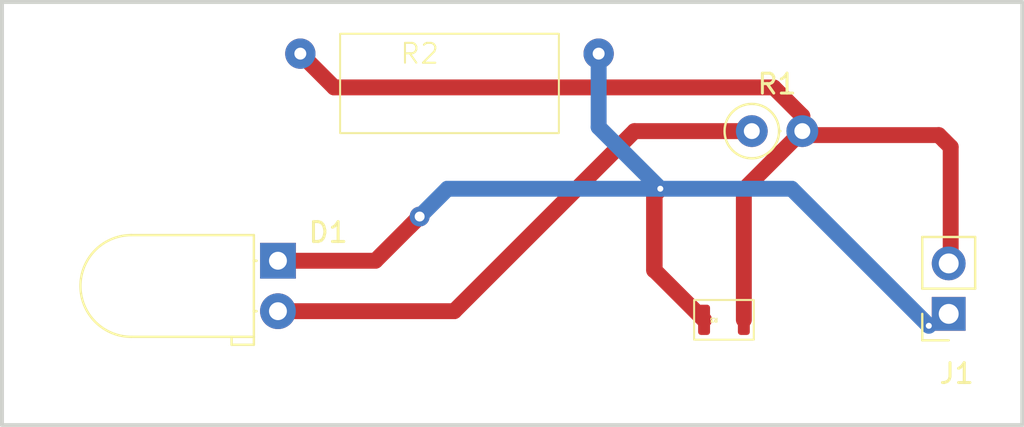
<source format=kicad_pcb>
(kicad_pcb (version 20240108) (generator "pcbnew") (generator_version "8.0")
  (layers (0 "F.Cu" signal) (31 "B.Cu" signal) (34 "B.Paste" user) (35 "F.Paste" user) (36 "B.SilkS" user "B.Silkscreen") (37 "F.SilkS" user "F.Silkscreen") (38 "B.Mask" user) (39 "F.Mask" user) (44 "Edge.Cuts" user))
  (net 0 "")
  (net 1 "GND")
  (net 2 "/LED+")
  (net 3 "+5V")
  (footprint "MyLibrary:ress_smd" (layer "F.Cu") (at 155.1 35.5 180)
    (property "Reference" "R3" (at 0 0 180) (layer "F.SilkS") (effects (font (size 0.2 0.2) (thickness 0.05))))
    (property "Value" "100R")
    (fp_rect (start -2 -1) (end 1 1) (stroke (width 0.1)) (fill none) (layer "F.SilkS"))
    (pad "1" smd roundrect (at -1.5 0 180) (size 0.6 1.524) (layers "F.Cu" "F.Paste" "F.Mask") (net 3 "+5V"))
    (pad "2" smd roundrect (at 0.5 0 180) (size 0.6 1.524) (layers "F.Cu" "F.Paste" "F.Mask") (net 1 "GND"))
  )
  (footprint "Resistor_THT:R_Axial_DIN0207_L6.3mm_D2.5mm_P2.54mm_Vertical" (layer "F.Cu") (at 157 26)
    (property "Reference" "R1" (at 1.27 -2.37 0) (layer "F.SilkS"))
    (property "Value" "100R")
    (fp_line (start 1.37 0) (end 1.44 0) (stroke (width 0.12)) (layer "F.SilkS"))
    (fp_circle (center 0 0) (end 1.37 0) (stroke (width 0.12)) (fill none) (layer "F.SilkS"))
    (pad "1" thru_hole circle (at 0 0) (size 1.6 1.6) (drill 0.8) (layers "*.Cu" "*.Mask") (net 2 "/LED+"))
    (pad "2" thru_hole oval (at 2.54 0) (size 1.6 1.6) (drill 0.8) (layers "*.Cu" "*.Mask") (net 3 "+5V"))
  )
  (footprint "Connector_PinSocket_2.54mm:PinSocket_1x02_P2.54mm_Vertical" (layer "F.Cu") (at 166.9 35.2 180)
    (property "Reference" "J1" (at -0.4 -3 360) (layer "F.SilkS"))
    (property "Value" "5V in")
    (fp_line (start 1.33 1.27) (end 1.33 3.87) (stroke (width 0.12)) (layer "F.SilkS"))
    (fp_line (start 1.33 -1.33) (end 1.33 0) (stroke (width 0.12)) (layer "F.SilkS"))
    (fp_line (start 0 -1.33) (end 1.33 -1.33) (stroke (width 0.12)) (layer "F.SilkS"))
    (fp_line (start -1.33 3.87) (end 1.33 3.87) (stroke (width 0.12)) (layer "F.SilkS"))
    (fp_line (start -1.33 1.27) (end 1.33 1.27) (stroke (width 0.12)) (layer "F.SilkS"))
    (fp_line (start -1.33 1.27) (end -1.33 3.87) (stroke (width 0.12)) (layer "F.SilkS"))
    (pad "1" thru_hole rect (at 0 0 180) (size 1.7 1.7) (drill 1) (layers "*.Cu" "*.Mask") (net 1 "GND"))
    (pad "2" thru_hole oval (at 0 2.54 180) (size 1.7 1.7) (drill 1) (layers "*.Cu" "*.Mask") (net 3 "+5V"))
  )
  (footprint "MyLibrary:unique_res" (layer "F.Cu") (at 140.3 22.1)
    (property "Reference" "R2" (at 0 0 0) (layer "F.SilkS") (effects (font (thickness 0.1))))
    (property "Value" "100R")
    (fp_rect (start -4 -1) (end 7 4) (stroke (width 0.1)) (fill none) (layer "F.SilkS"))
    (pad "1" thru_hole circle (at -6 0) (size 1.524 1.524) (drill 0.6) (layers "*.Cu" "*.Mask") (net 3 "+5V"))
    (pad "2" thru_hole circle (at 9 0) (size 1.524 1.524) (drill 0.6) (layers "*.Cu" "*.Mask") (net 1 "GND"))
  )
  (footprint "LED_THT:LED_D5.0mm_Horizontal_O1.27mm_Z15.0mm" (layer "F.Cu") (at 133.175 32.525 -90)
    (property "Reference" "D1" (at -1.425 -2.525 180) (layer "F.SilkS"))
    (property "Value" "LED")
    (fp_line (start 3.83 2.33) (end 3.83 1.21) (stroke (width 0.12)) (layer "F.SilkS"))
    (fp_line (start 4.23 2.33) (end 3.83 2.33) (stroke (width 0.12)) (layer "F.SilkS"))
    (fp_line (start -1.29 1.21) (end -1.29 7.37) (stroke (width 0.12)) (layer "F.SilkS"))
    (fp_line (start -1.29 1.21) (end 3.83 1.21) (stroke (width 0.12)) (layer "F.SilkS"))
    (fp_line (start 0 1.21) (end 0 1.21) (stroke (width 0.12)) (layer "F.SilkS"))
    (fp_line (start 0 1.21) (end 0 1.08) (stroke (width 0.12)) (layer "F.SilkS"))
    (fp_line (start 2.54 1.21) (end 2.54 1.21) (stroke (width 0.12)) (layer "F.SilkS"))
    (fp_line (start 2.54 1.21) (end 2.54 1.08) (stroke (width 0.12)) (layer "F.SilkS"))
    (fp_line (start 3.83 1.21) (end 3.83 7.37) (stroke (width 0.12)) (layer "F.SilkS"))
    (fp_line (start 3.83 1.21) (end 4.23 1.21) (stroke (width 0.12)) (layer "F.SilkS"))
    (fp_line (start 4.23 1.21) (end 4.23 2.33) (stroke (width 0.12)) (layer "F.SilkS"))
    (fp_line (start 0 1.08) (end 0 1.21) (stroke (width 0.12)) (layer "F.SilkS"))
    (fp_line (start 0 1.08) (end 0 1.08) (stroke (width 0.12)) (layer "F.SilkS"))
    (fp_line (start 2.54 1.08) (end 2.54 1.21) (stroke (width 0.12)) (layer "F.SilkS"))
    (fp_line (start 2.54 1.08) (end 2.54 1.08) (stroke (width 0.12)) (layer "F.SilkS"))
    (fp_arc (start 3.83 7.37) (mid 1.27 9.93) (end -1.29 7.37) (stroke (width 0.12)) (layer "F.SilkS"))
    (pad "1" thru_hole rect (at 0 0 270) (size 1.8 1.8) (drill 0.9) (layers "*.Cu" "*.Mask") (net 1 "GND"))
    (pad "2" thru_hole circle (at 2.54 0 270) (size 1.8 1.8) (drill 0.9) (layers "*.Cu" "*.Mask") (net 2 "/LED+"))
  )
  (gr_rect (start 119.3 19.5) (end 170.6 40.8) (stroke (width 0.2)) (fill none) (layer "Edge.Cuts"))
  (segment (start 140.1 30.5) (end 140.3 30.3) (width 0.2) (layer "F.Cu") (net 1))
  (segment (start 152.1 33) (end 152.1 29.2) (width 0.83) (layer "F.Cu") (net 1))
  (segment (start 138.075 32.525) (end 140.1 30.5) (width 0.8) (layer "F.Cu") (net 1))
  (segment (start 139.8 30.8) (end 140.1 30.5) (width 0.8) (layer "F.Cu") (net 1))
  (segment (start 152.1 33) (end 154.6 35.5) (width 0.8) (layer "F.Cu") (net 1))
  (segment (start 133.175 32.525) (end 138.075 32.525) (width 0.8) (layer "F.Cu") (net 1))
  (segment (start 152.1 29.2) (end 152.4 28.9) (width 0.83) (layer "F.Cu") (net 1))
  (via (at 165.9 35.8) (size 0.6) (drill 0.3) (layers "F.Cu" "B.Cu") (net 1))
  (via (at 140.3 30.3) (size 1) (drill 0.5) (layers "F.Cu" "B.Cu") (net 1))
  (via (at 152.4 28.9) (size 0.6) (drill 0.3) (layers "F.Cu" "B.Cu") (net 1))
  (segment (start 152.4 28.9) (end 149.3 25.8) (width 0.8) (layer "B.Cu") (net 1))
  (segment (start 140.3 30.3) (end 141.7 28.9) (width 0.8) (layer "B.Cu") (net 1))
  (segment (start 152.4 28.9) (end 159 28.9) (width 0.8) (layer "B.Cu") (net 1))
  (segment (start 159 28.9) (end 165.9 35.8) (width 0.8) (layer "B.Cu") (net 1))
  (segment (start 141.7 28.9) (end 152.4 28.9) (width 0.8) (layer "B.Cu") (net 1))
  (segment (start 149.3 25.8) (end 149.3 22.1) (width 0.8) (layer "B.Cu") (net 1))
  (segment (start 133.175 35.065) (end 133.34 34.9) (width 0.8) (layer "F.Cu") (net 2))
  (segment (start 142.035 35.065) (end 151.1 26) (width 0.8) (layer "F.Cu") (net 2))
  (segment (start 133.175 35.065) (end 142.035 35.065) (width 0.8) (layer "F.Cu") (net 2))
  (segment (start 151.1 26) (end 157 26) (width 0.8) (layer "F.Cu") (net 2))
  (segment (start 166.4 26.2) (end 159.74 26.2) (width 0.8) (layer "F.Cu") (net 3))
  (segment (start 167 32.56) (end 167 26.8) (width 0.8) (layer "F.Cu") (net 3))
  (segment (start 158.1 23.8) (end 136 23.8) (width 0.8) (layer "F.Cu") (net 3))
  (segment (start 159.54 26) (end 159.54 25.24) (width 0.8) (layer "F.Cu") (net 3))
  (segment (start 159.54 25.24) (end 158.1 23.8) (width 0.8) (layer "F.Cu") (net 3))
  (segment (start 166.9 32.66) (end 167 32.56) (width 0.8) (layer "F.Cu") (net 3))
  (segment (start 159.74 26.2) (end 159.54 26) (width 0.8) (layer "F.Cu") (net 3))
  (segment (start 136 23.8) (end 134.3 22.1) (width 0.8) (layer "F.Cu") (net 3))
  (segment (start 167 26.8) (end 166.675 26.475) (width 0.8) (layer "F.Cu") (net 3))
  (segment (start 166.675 26.475) (end 166.4 26.2) (width 0.8) (layer "F.Cu") (net 3))
  (segment (start 156.6 35.5) (end 156.6 28.94) (width 0.8) (layer "F.Cu") (net 3))
  (segment (start 156.6 28.94) (end 159.54 26) (width 0.8) (layer "F.Cu") (net 3))
)
</source>
